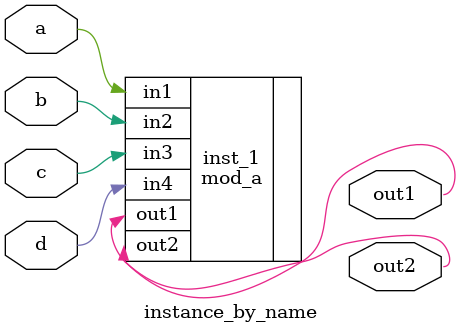
<source format=v>
module instance_by_name ( 
    input a, 
    input b, 
    input c,
    input d,
    output out1,
    output out2
);
    mod_a inst_1(.in1(a), .in2(b), .in3(c), .in4(d), .out1(out1), .out2(out2));

endmodule
</source>
